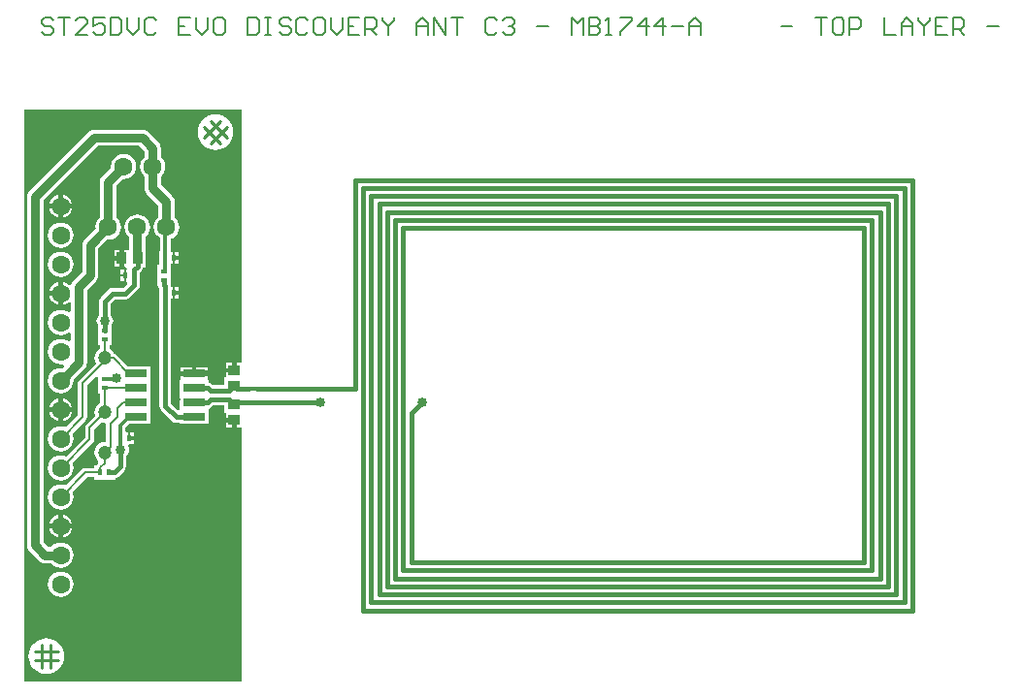
<source format=gtl>
G04*
G04 #@! TF.GenerationSoftware,Altium Limited,Altium Designer,20.2.4 (192)*
G04*
G04 Layer_Physical_Order=1*
G04 Layer_Color=65535*
%FSLAX44Y44*%
%MOMM*%
G71*
G04*
G04 #@! TF.SameCoordinates,9262D3F7-DFB6-46AD-8F0E-08546F4AC646*
G04*
G04*
G04 #@! TF.FilePolarity,Positive*
G04*
G01*
G75*
%ADD11C,0.2000*%
%ADD16C,0.2500*%
%ADD17R,0.6096X0.4318*%
%ADD18R,1.0414X0.8890*%
%ADD19R,1.9050X0.6350*%
%ADD20R,0.4318X0.6096*%
%ADD21R,0.8890X1.0414*%
%ADD22C,0.5000*%
%ADD31R,0.4000X0.4000*%
%ADD32C,0.4000*%
%ADD33C,0.3000*%
%ADD34C,0.8000*%
%ADD35C,0.3500*%
%ADD36R,0.8000X0.4000*%
%ADD37C,1.6000*%
%ADD38C,1.2000*%
%ADD39C,0.8500*%
G36*
X195000Y504902D02*
X195000Y283161D01*
X190000D01*
Y276716D01*
X188000D01*
Y274716D01*
X180793D01*
Y270445D01*
X179793D01*
Y265785D01*
X179348Y263969D01*
X169241D01*
X168255Y264955D01*
X166601Y266060D01*
X165725Y266234D01*
X165725Y267525D01*
X164725Y269111D01*
X164725Y269525D01*
Y272050D01*
X153201D01*
X141675D01*
Y269111D01*
X140675Y267525D01*
X140675Y267289D01*
Y255175D01*
X140675D01*
Y254825D01*
X140675D01*
X140675Y242863D01*
X139505Y242072D01*
X138675Y242034D01*
X133088Y247621D01*
Y338652D01*
X133149D01*
Y339652D01*
X134611D01*
Y344700D01*
Y349748D01*
X133149D01*
Y350748D01*
X132952D01*
X132848Y351266D01*
Y358351D01*
Y368652D01*
X133149D01*
Y369652D01*
X134611D01*
Y374700D01*
Y379748D01*
X133149D01*
Y380748D01*
X132833D01*
Y391581D01*
X134548Y392291D01*
X136846Y394054D01*
X138609Y396352D01*
X139718Y399028D01*
X140096Y401900D01*
X139718Y404771D01*
X138609Y407447D01*
X136846Y409745D01*
X136061Y410347D01*
Y424000D01*
X135821Y425827D01*
X135115Y427530D01*
X133993Y428992D01*
X124061Y438924D01*
Y446252D01*
X124846Y446855D01*
X126609Y449152D01*
X127717Y451828D01*
X128095Y454700D01*
X127717Y457571D01*
X126609Y460247D01*
X124846Y462545D01*
X124061Y463147D01*
Y471000D01*
X123820Y472827D01*
X123115Y474530D01*
X121993Y475992D01*
X112993Y484992D01*
X111530Y486115D01*
X109828Y486820D01*
X108000Y487060D01*
X66000D01*
X64173Y486820D01*
X62470Y486115D01*
X61008Y484992D01*
X9508Y433493D01*
X8386Y432030D01*
X7680Y430327D01*
X7440Y428500D01*
Y123950D01*
X7680Y122123D01*
X8386Y120420D01*
X9508Y118958D01*
X18158Y110308D01*
X19620Y109186D01*
X21323Y108480D01*
X23150Y108240D01*
X28353D01*
X28955Y107455D01*
X31253Y105692D01*
X33929Y104583D01*
X36800Y104205D01*
X39672Y104583D01*
X42348Y105692D01*
X44646Y107455D01*
X46409Y109753D01*
X47517Y112429D01*
X47895Y115300D01*
X47517Y118172D01*
X46409Y120848D01*
X44646Y123145D01*
X42348Y124909D01*
X39672Y126017D01*
X36800Y126395D01*
X33929Y126017D01*
X31253Y124909D01*
X28955Y123145D01*
X28353Y122360D01*
X26075D01*
X21561Y126875D01*
Y425575D01*
X68925Y472940D01*
X105076D01*
X109940Y468075D01*
Y463147D01*
X109155Y462545D01*
X107392Y460247D01*
X106284Y457571D01*
X105906Y454700D01*
X106284Y451828D01*
X107392Y449152D01*
X109155Y446855D01*
X109940Y446252D01*
Y436000D01*
X110181Y434173D01*
X110886Y432470D01*
X112008Y431007D01*
X121940Y421075D01*
Y410347D01*
X121155Y409745D01*
X119392Y407447D01*
X118284Y404771D01*
X117906Y401900D01*
X118284Y399028D01*
X119392Y396352D01*
X121155Y394054D01*
X123147Y392526D01*
Y380748D01*
X122831D01*
Y368669D01*
X120752D01*
Y358351D01*
Y350731D01*
X121806D01*
X122091Y349299D01*
X122831Y348190D01*
Y338652D01*
X122893D01*
Y245510D01*
X123281Y243559D01*
X124386Y241905D01*
X133945Y232345D01*
X135599Y231240D01*
X137550Y230852D01*
X140675D01*
Y229775D01*
X165725D01*
Y240475D01*
X165725Y242125D01*
X166311Y243882D01*
X166601Y243940D01*
X168255Y245045D01*
X169241Y246031D01*
X179348D01*
X179793Y244215D01*
Y239555D01*
X180793D01*
Y235284D01*
X188000D01*
Y233284D01*
X190000D01*
Y226839D01*
X195000D01*
X195000Y5098D01*
X5098Y5098D01*
X5098Y504902D01*
X195000Y504902D01*
D02*
G37*
%LPC*%
G36*
X171800Y500325D02*
X168752Y500025D01*
X165821Y499136D01*
X163120Y497692D01*
X160752Y495748D01*
X158808Y493381D01*
X157365Y490679D01*
X156475Y487748D01*
X156175Y484700D01*
X156475Y481651D01*
X157365Y478720D01*
X158808Y476019D01*
X160752Y473651D01*
X163120Y471708D01*
X165821Y470264D01*
X168752Y469375D01*
X171800Y469075D01*
X174849Y469375D01*
X177780Y470264D01*
X180481Y471708D01*
X182849Y473651D01*
X184792Y476019D01*
X186236Y478720D01*
X187125Y481651D01*
X187426Y484700D01*
X187125Y487748D01*
X186236Y490679D01*
X184792Y493381D01*
X182849Y495748D01*
X180481Y497692D01*
X177780Y499136D01*
X174849Y500025D01*
X171800Y500325D01*
D02*
G37*
G36*
X91600Y465795D02*
X88729Y465417D01*
X86053Y464308D01*
X83755Y462545D01*
X81992Y460247D01*
X80884Y457571D01*
X80506Y454700D01*
X80635Y453719D01*
X73208Y446292D01*
X72086Y444830D01*
X71381Y443127D01*
X71140Y441300D01*
Y410347D01*
X70355Y409745D01*
X68592Y407447D01*
X67484Y404771D01*
X67106Y401900D01*
X67235Y400919D01*
X57508Y391192D01*
X56386Y389729D01*
X55680Y388027D01*
X55440Y386199D01*
Y362475D01*
X47658Y354692D01*
X46536Y353230D01*
X45916Y351733D01*
X44875Y351320D01*
X43765Y351161D01*
X41844Y352635D01*
X39411Y353643D01*
X38800Y353723D01*
Y343900D01*
Y334077D01*
X39411Y334157D01*
X41844Y335165D01*
X43590Y336505D01*
X44835Y336155D01*
X45590Y335643D01*
Y328142D01*
X43590Y327155D01*
X42348Y328108D01*
X39672Y329217D01*
X36800Y329595D01*
X33929Y329217D01*
X31253Y328108D01*
X28955Y326345D01*
X27192Y324048D01*
X26084Y321372D01*
X25705Y318500D01*
X26084Y315629D01*
X27192Y312953D01*
X28955Y310655D01*
X31253Y308892D01*
X33929Y307783D01*
X36800Y307405D01*
X39672Y307783D01*
X42348Y308892D01*
X43590Y309845D01*
X45590Y308858D01*
Y302742D01*
X43590Y301756D01*
X42348Y302708D01*
X39672Y303817D01*
X36800Y304195D01*
X33929Y303817D01*
X31253Y302708D01*
X28955Y300945D01*
X27192Y298647D01*
X26084Y295972D01*
X25705Y293100D01*
X26084Y290229D01*
X27192Y287553D01*
X28955Y285255D01*
X31253Y283492D01*
X33929Y282383D01*
X36800Y282005D01*
X38518Y282231D01*
X39453Y280337D01*
X37781Y278666D01*
X36800Y278795D01*
X33929Y278417D01*
X31253Y277309D01*
X28955Y275545D01*
X27192Y273248D01*
X26084Y270572D01*
X25705Y267700D01*
X26084Y264828D01*
X27192Y262153D01*
X28955Y259855D01*
X31253Y258092D01*
X33929Y256983D01*
X36800Y256605D01*
X39672Y256983D01*
X42348Y258092D01*
X44646Y259855D01*
X46409Y262153D01*
X47517Y264828D01*
X47895Y267700D01*
X47766Y268681D01*
X57643Y278557D01*
X58765Y280020D01*
X59470Y281723D01*
X59711Y283550D01*
Y346776D01*
X67493Y354557D01*
X68615Y356020D01*
X69320Y357723D01*
X69561Y359550D01*
Y383275D01*
X77220Y390934D01*
X78201Y390805D01*
X81072Y391183D01*
X83748Y392291D01*
X86046Y394054D01*
X87809Y396352D01*
X88918Y399028D01*
X89296Y401900D01*
X88918Y404771D01*
X87809Y407447D01*
X86046Y409745D01*
X85261Y410347D01*
Y438376D01*
X90620Y443734D01*
X91600Y443605D01*
X94472Y443983D01*
X97148Y445091D01*
X99446Y446855D01*
X101209Y449152D01*
X102317Y451828D01*
X102695Y454700D01*
X102317Y457571D01*
X101209Y460247D01*
X99446Y462545D01*
X97148Y464308D01*
X94472Y465417D01*
X91600Y465795D01*
D02*
G37*
G36*
X38800Y429923D02*
Y422100D01*
X46623D01*
X46543Y422710D01*
X45535Y425143D01*
X43932Y427232D01*
X41844Y428835D01*
X39411Y429843D01*
X38800Y429923D01*
D02*
G37*
G36*
X34801Y429923D02*
X34190Y429843D01*
X31757Y428835D01*
X29668Y427232D01*
X28066Y425143D01*
X27058Y422710D01*
X26977Y422100D01*
X34801D01*
Y429923D01*
D02*
G37*
G36*
X46623Y418100D02*
X38800D01*
Y410277D01*
X39411Y410357D01*
X41844Y411365D01*
X43932Y412968D01*
X45535Y415057D01*
X46543Y417490D01*
X46623Y418100D01*
D02*
G37*
G36*
X34801D02*
X26978D01*
X27058Y417490D01*
X28066Y415057D01*
X29668Y412968D01*
X31757Y411365D01*
X34190Y410357D01*
X34801Y410277D01*
Y418100D01*
D02*
G37*
G36*
X36800Y405795D02*
X33929Y405417D01*
X31253Y404309D01*
X28955Y402545D01*
X27192Y400247D01*
X26084Y397572D01*
X25705Y394700D01*
X26084Y391828D01*
X27192Y389153D01*
X28955Y386855D01*
X31253Y385092D01*
X33929Y383983D01*
X36800Y383605D01*
X39672Y383983D01*
X42348Y385092D01*
X44646Y386855D01*
X46409Y389153D01*
X47517Y391828D01*
X47895Y394700D01*
X47517Y397572D01*
X46409Y400247D01*
X44646Y402545D01*
X42348Y404309D01*
X39672Y405417D01*
X36800Y405795D01*
D02*
G37*
G36*
X87943Y381907D02*
X83497D01*
Y376700D01*
X87943D01*
Y381907D01*
D02*
G37*
G36*
X139769Y379748D02*
X136611D01*
Y375700D01*
X139769D01*
Y379748D01*
D02*
G37*
G36*
Y373700D02*
X136611D01*
Y369652D01*
X139769D01*
Y373700D01*
D02*
G37*
G36*
X87943Y372700D02*
X83497D01*
Y367493D01*
X87943D01*
Y372700D01*
D02*
G37*
G36*
X91990Y364748D02*
X88831D01*
Y360700D01*
X91990D01*
Y364748D01*
D02*
G37*
G36*
X36800Y380395D02*
X33929Y380017D01*
X31253Y378909D01*
X28955Y377145D01*
X27192Y374847D01*
X26084Y372172D01*
X25705Y369300D01*
X26084Y366428D01*
X27192Y363753D01*
X28955Y361455D01*
X31253Y359692D01*
X33929Y358583D01*
X36800Y358205D01*
X39672Y358583D01*
X42348Y359692D01*
X44646Y361455D01*
X46409Y363753D01*
X47517Y366428D01*
X47895Y369300D01*
X47517Y372172D01*
X46409Y374847D01*
X44646Y377145D01*
X42348Y378909D01*
X39672Y380017D01*
X36800Y380395D01*
D02*
G37*
G36*
X91990Y358700D02*
X88831D01*
Y354652D01*
X91990D01*
Y358700D01*
D02*
G37*
G36*
X34801Y353723D02*
X34190Y353643D01*
X31757Y352635D01*
X29668Y351032D01*
X28066Y348943D01*
X27058Y346511D01*
X26977Y345900D01*
X34801D01*
Y353723D01*
D02*
G37*
G36*
X139769Y349748D02*
X136611D01*
Y345700D01*
X139769D01*
Y349748D01*
D02*
G37*
G36*
Y343700D02*
X136611D01*
Y339652D01*
X139769D01*
Y343700D01*
D02*
G37*
G36*
X34801Y341900D02*
X26978D01*
X27058Y341289D01*
X28066Y338857D01*
X29668Y336768D01*
X31757Y335165D01*
X34190Y334157D01*
X34801Y334077D01*
Y341900D01*
D02*
G37*
G36*
X186000Y283161D02*
X180793D01*
Y278716D01*
X186000D01*
Y283161D01*
D02*
G37*
G36*
X164725Y279225D02*
X155201D01*
Y276050D01*
X164725D01*
Y279225D01*
D02*
G37*
G36*
X151201D02*
X141676D01*
Y276050D01*
X151201D01*
Y279225D01*
D02*
G37*
G36*
X38800Y252123D02*
Y244300D01*
X46623D01*
X46543Y244911D01*
X45535Y247343D01*
X43932Y249432D01*
X41844Y251035D01*
X39411Y252043D01*
X38800Y252123D01*
D02*
G37*
G36*
X34801Y252123D02*
X34190Y252043D01*
X31757Y251035D01*
X29668Y249432D01*
X28066Y247343D01*
X27058Y244911D01*
X26977Y244300D01*
X34801D01*
Y252123D01*
D02*
G37*
G36*
X46623Y240300D02*
X38800D01*
Y232477D01*
X39411Y232557D01*
X41844Y233565D01*
X43932Y235168D01*
X45535Y237257D01*
X46543Y239690D01*
X46623Y240300D01*
D02*
G37*
G36*
X34801D02*
X26978D01*
X27058Y239690D01*
X28066Y237257D01*
X29668Y235168D01*
X31757Y233565D01*
X34190Y232557D01*
X34801Y232477D01*
Y240300D01*
D02*
G37*
G36*
X186000Y231284D02*
X180793D01*
Y226839D01*
X186000D01*
Y231284D01*
D02*
G37*
G36*
X100469Y222798D02*
X97310D01*
Y218751D01*
X100469D01*
Y222798D01*
D02*
G37*
G36*
X103601Y412994D02*
X100729Y412617D01*
X98053Y411508D01*
X95755Y409745D01*
X93992Y407447D01*
X92884Y404771D01*
X92506Y401900D01*
X92884Y399028D01*
X93992Y396352D01*
X95755Y394054D01*
X96540Y393452D01*
Y382907D01*
X96213D01*
Y381907D01*
X91943D01*
Y374700D01*
Y367493D01*
X93142D01*
X94481Y365798D01*
X94523Y365520D01*
X93990Y364894D01*
Y359700D01*
Y354652D01*
X94064D01*
X94836Y352789D01*
X94349Y352108D01*
X91339Y349098D01*
X82350D01*
X80399Y348710D01*
X78745Y347605D01*
X71645Y340505D01*
X70540Y338851D01*
X70152Y336900D01*
Y325227D01*
X70079Y325171D01*
X68917Y323656D01*
X68187Y321893D01*
X67938Y320000D01*
X68187Y318107D01*
X68917Y316344D01*
X69202Y315972D01*
Y306151D01*
Y298531D01*
X71172D01*
Y295552D01*
X70711Y295361D01*
X68831Y293919D01*
X67389Y292039D01*
X66482Y289849D01*
X66173Y287500D01*
X66482Y285151D01*
X67389Y282961D01*
X67413Y282930D01*
X52866Y268384D01*
X51982Y267061D01*
X51672Y265500D01*
X51672Y265500D01*
Y237539D01*
X41141Y227008D01*
X39672Y227617D01*
X36800Y227995D01*
X33929Y227617D01*
X31253Y226509D01*
X28955Y224745D01*
X27192Y222447D01*
X26084Y219772D01*
X25705Y216900D01*
X26084Y214028D01*
X27192Y211353D01*
X28955Y209055D01*
X31253Y207292D01*
X33929Y206183D01*
X36800Y205805D01*
X39672Y206183D01*
X42348Y207292D01*
X44646Y209055D01*
X46409Y211353D01*
X47517Y214028D01*
X47895Y216900D01*
X47517Y219772D01*
X46909Y221241D01*
X58634Y232966D01*
X59518Y234289D01*
X59829Y235850D01*
X59829Y235850D01*
Y263811D01*
X67354Y271337D01*
X69202Y270571D01*
Y263651D01*
Y256031D01*
X71172D01*
Y248052D01*
X70711Y247861D01*
X68831Y246419D01*
X67389Y244539D01*
X66482Y242349D01*
X66173Y240000D01*
X66482Y237651D01*
X66673Y237190D01*
X59166Y229684D01*
X58282Y228361D01*
X57972Y226800D01*
X57972Y226800D01*
Y218439D01*
X41141Y201608D01*
X39672Y202217D01*
X36800Y202595D01*
X33929Y202217D01*
X31253Y201108D01*
X28955Y199345D01*
X27192Y197048D01*
X26084Y194372D01*
X25705Y191500D01*
X26084Y188629D01*
X27192Y185953D01*
X28955Y183655D01*
X31253Y181892D01*
X33929Y180783D01*
X36800Y180405D01*
X39672Y180783D01*
X42348Y181892D01*
X44646Y183655D01*
X46409Y185953D01*
X47517Y188629D01*
X47895Y191500D01*
X47517Y194372D01*
X46909Y195841D01*
X64934Y213866D01*
X64934Y213866D01*
X65818Y215189D01*
X66129Y216750D01*
Y225111D01*
X72440Y231422D01*
X72901Y231232D01*
X74486Y231023D01*
X75331Y230795D01*
X76422Y229059D01*
Y215105D01*
X75250Y214078D01*
X72901Y213768D01*
X70711Y212861D01*
X68831Y211419D01*
X67389Y209539D01*
X66482Y207349D01*
X66173Y205000D01*
X66482Y202651D01*
X67389Y200461D01*
X68831Y198581D01*
X69167Y198323D01*
X69341Y195669D01*
X68556Y194884D01*
X67672Y193561D01*
X67670Y193548D01*
X66281D01*
Y191578D01*
X58200D01*
X58200Y191578D01*
X56640Y191268D01*
X55317Y190384D01*
X55317Y190384D01*
X41141Y176208D01*
X39672Y176817D01*
X36800Y177195D01*
X33929Y176817D01*
X31253Y175709D01*
X28955Y173945D01*
X27192Y171647D01*
X26084Y168972D01*
X25705Y166100D01*
X26084Y163228D01*
X27192Y160553D01*
X28955Y158255D01*
X31253Y156492D01*
X33929Y155383D01*
X36800Y155005D01*
X39672Y155383D01*
X42348Y156492D01*
X44646Y158255D01*
X46409Y160553D01*
X47517Y163228D01*
X47895Y166100D01*
X47517Y168972D01*
X46909Y170441D01*
X59890Y183422D01*
X66281D01*
Y181452D01*
X84219D01*
Y182545D01*
X85451Y182790D01*
X87105Y183895D01*
X92295Y189085D01*
X93400Y190739D01*
X93788Y192690D01*
Y202036D01*
X94171Y202329D01*
X95333Y203844D01*
X96063Y205607D01*
X96313Y207500D01*
X96063Y209393D01*
X95521Y210702D01*
X96123Y212071D01*
X96667Y212702D01*
X100469D01*
Y216751D01*
X96310D01*
Y217751D01*
X95310D01*
Y222798D01*
X93849D01*
Y223798D01*
X93278D01*
Y226290D01*
X96764Y229775D01*
X114925D01*
Y242125D01*
X114925Y242125D01*
Y242475D01*
X114925D01*
X114925Y244125D01*
Y254825D01*
X114925D01*
Y255175D01*
X114925D01*
Y267525D01*
X114925Y267525D01*
Y267875D01*
X114925D01*
X114925Y269525D01*
Y280225D01*
X95543D01*
X85384Y290384D01*
X84061Y291268D01*
X83375Y291404D01*
X83112Y292039D01*
X81669Y293919D01*
X79789Y295361D01*
X79329Y295552D01*
Y298531D01*
X81298D01*
Y306151D01*
Y315972D01*
X81583Y316344D01*
X82314Y318107D01*
X82563Y320000D01*
X82314Y321893D01*
X81583Y323656D01*
X80421Y325171D01*
X80348Y325227D01*
Y334788D01*
X84462Y338902D01*
X93450D01*
X95401Y339290D01*
X97055Y340395D01*
X104215Y347555D01*
X105320Y349209D01*
X105708Y351160D01*
Y353652D01*
X105769D01*
Y362560D01*
X107263Y364053D01*
X108368Y365707D01*
X108525Y366493D01*
X111103D01*
Y382907D01*
X110661D01*
Y393452D01*
X111446Y394054D01*
X113209Y396352D01*
X114318Y399028D01*
X114696Y401900D01*
X114318Y404771D01*
X113209Y407447D01*
X111446Y409745D01*
X109148Y411508D01*
X106472Y412617D01*
X103601Y412994D01*
D02*
G37*
G36*
X38800Y150523D02*
Y142700D01*
X46623D01*
X46543Y143310D01*
X45535Y145743D01*
X43932Y147832D01*
X41844Y149435D01*
X39411Y150443D01*
X38800Y150523D01*
D02*
G37*
G36*
X34801Y150523D02*
X34190Y150443D01*
X31757Y149435D01*
X29668Y147832D01*
X28066Y145743D01*
X27058Y143310D01*
X26977Y142700D01*
X34801D01*
Y150523D01*
D02*
G37*
G36*
X46623Y138700D02*
X38800D01*
Y130877D01*
X39411Y130957D01*
X41844Y131965D01*
X43932Y133568D01*
X45535Y135657D01*
X46543Y138090D01*
X46623Y138700D01*
D02*
G37*
G36*
X34801D02*
X26978D01*
X27058Y138090D01*
X28066Y135657D01*
X29668Y133568D01*
X31757Y131965D01*
X34190Y130957D01*
X34801Y130877D01*
Y138700D01*
D02*
G37*
G36*
X36800Y100995D02*
X33929Y100617D01*
X31253Y99508D01*
X28955Y97745D01*
X27192Y95448D01*
X26084Y92772D01*
X25705Y89900D01*
X26084Y87029D01*
X27192Y84353D01*
X28955Y82055D01*
X31253Y80292D01*
X33929Y79183D01*
X36800Y78805D01*
X39672Y79183D01*
X42348Y80292D01*
X44646Y82055D01*
X46409Y84353D01*
X47517Y87029D01*
X47895Y89900D01*
X47517Y92772D01*
X46409Y95448D01*
X44646Y97745D01*
X42348Y99508D01*
X39672Y100617D01*
X36800Y100995D01*
D02*
G37*
G36*
X24300Y42825D02*
X21252Y42525D01*
X18321Y41636D01*
X15619Y40192D01*
X13252Y38249D01*
X11308Y35881D01*
X9865Y33179D01*
X8975Y30248D01*
X8675Y27200D01*
X8975Y24151D01*
X9865Y21220D01*
X11308Y18519D01*
X13252Y16151D01*
X15619Y14208D01*
X18321Y12764D01*
X21252Y11875D01*
X24300Y11575D01*
X27349Y11875D01*
X30280Y12764D01*
X32981Y14208D01*
X35349Y16151D01*
X37292Y18519D01*
X38736Y21220D01*
X39625Y24151D01*
X39926Y27200D01*
X39625Y30248D01*
X38736Y33179D01*
X37292Y35881D01*
X35349Y38249D01*
X32981Y40192D01*
X30280Y41636D01*
X27349Y42525D01*
X24300Y42825D01*
D02*
G37*
%LPD*%
D11*
X80500Y210250D02*
Y230500D01*
X86500Y236500D02*
Y244000D01*
X80500Y230500D02*
X86500Y236500D01*
X75250Y205000D02*
X80500Y210250D01*
X62050Y216750D02*
Y226800D01*
X75250Y240000D01*
X71440Y187500D02*
Y192000D01*
X75250Y195810D01*
Y205000D01*
X36800Y166100D02*
X58200Y187500D01*
X71440D01*
X75250Y287500D02*
X82500D01*
X95950Y274050D02*
X102401D01*
X82500Y287500D02*
X95950Y274050D01*
X75250Y285000D02*
Y303690D01*
X55750Y265500D02*
X75250Y285000D01*
X55750Y235850D02*
Y265500D01*
X36800Y216900D02*
X55750Y235850D01*
X75250Y240000D02*
Y261190D01*
X36800Y191500D02*
X62050Y216750D01*
X91150Y248650D02*
X102401D01*
X86500Y244000D02*
X91150Y248650D01*
X102240Y261190D02*
X102401Y261350D01*
X75250Y261190D02*
X102240D01*
X29997Y582496D02*
X27498Y584995D01*
X22499D01*
X20000Y582496D01*
Y579997D01*
X22499Y577498D01*
X27498D01*
X29997Y574998D01*
Y572499D01*
X27498Y570000D01*
X22499D01*
X20000Y572499D01*
X34995Y584995D02*
X44992D01*
X39994D01*
Y570000D01*
X59987D02*
X49990D01*
X59987Y579997D01*
Y582496D01*
X57488Y584995D01*
X52490D01*
X49990Y582496D01*
X74982Y584995D02*
X64985D01*
Y577498D01*
X69984Y579997D01*
X72483D01*
X74982Y577498D01*
Y572499D01*
X72483Y570000D01*
X67485D01*
X64985Y572499D01*
X79981Y584995D02*
Y570000D01*
X87478D01*
X89977Y572499D01*
Y582496D01*
X87478Y584995D01*
X79981D01*
X94976D02*
Y574998D01*
X99974Y570000D01*
X104972Y574998D01*
Y584995D01*
X119968Y582496D02*
X117469Y584995D01*
X112470D01*
X109971Y582496D01*
Y572499D01*
X112470Y570000D01*
X117469D01*
X119968Y572499D01*
X149958Y584995D02*
X139961D01*
Y570000D01*
X149958D01*
X139961Y577498D02*
X144960D01*
X154956Y584995D02*
Y574998D01*
X159955Y570000D01*
X164953Y574998D01*
Y584995D01*
X177449D02*
X172451D01*
X169951Y582496D01*
Y572499D01*
X172451Y570000D01*
X177449D01*
X179948Y572499D01*
Y582496D01*
X177449Y584995D01*
X199942D02*
Y570000D01*
X207439D01*
X209939Y572499D01*
Y582496D01*
X207439Y584995D01*
X199942D01*
X214937D02*
X219935D01*
X217436D01*
Y570000D01*
X214937D01*
X219935D01*
X237430Y582496D02*
X234930Y584995D01*
X229932D01*
X227433Y582496D01*
Y579997D01*
X229932Y577498D01*
X234930D01*
X237430Y574998D01*
Y572499D01*
X234930Y570000D01*
X229932D01*
X227433Y572499D01*
X252425Y582496D02*
X249926Y584995D01*
X244927D01*
X242428Y582496D01*
Y572499D01*
X244927Y570000D01*
X249926D01*
X252425Y572499D01*
X264921Y584995D02*
X259922D01*
X257423Y582496D01*
Y572499D01*
X259922Y570000D01*
X264921D01*
X267420Y572499D01*
Y582496D01*
X264921Y584995D01*
X272418D02*
Y574998D01*
X277417Y570000D01*
X282415Y574998D01*
Y584995D01*
X297410D02*
X287413D01*
Y570000D01*
X297410D01*
X287413Y577498D02*
X292412D01*
X302409Y570000D02*
Y584995D01*
X309906D01*
X312405Y582496D01*
Y577498D01*
X309906Y574998D01*
X302409D01*
X307407D02*
X312405Y570000D01*
X317404Y584995D02*
Y582496D01*
X322402Y577498D01*
X327401Y582496D01*
Y584995D01*
X322402Y577498D02*
Y570000D01*
X347394D02*
Y579997D01*
X352392Y584995D01*
X357391Y579997D01*
Y570000D01*
Y577498D01*
X347394D01*
X362389Y570000D02*
Y584995D01*
X372386Y570000D01*
Y584995D01*
X377384D02*
X387381D01*
X382383D01*
Y570000D01*
X417371Y582496D02*
X414872Y584995D01*
X409874D01*
X407375Y582496D01*
Y572499D01*
X409874Y570000D01*
X414872D01*
X417371Y572499D01*
X422370Y582496D02*
X424869Y584995D01*
X429867D01*
X432366Y582496D01*
Y579997D01*
X429867Y577498D01*
X427368D01*
X429867D01*
X432366Y574998D01*
Y572499D01*
X429867Y570000D01*
X424869D01*
X422370Y572499D01*
X452360Y577498D02*
X462357D01*
X482350Y570000D02*
Y584995D01*
X487349Y579997D01*
X492347Y584995D01*
Y570000D01*
X497346Y584995D02*
Y570000D01*
X504843D01*
X507342Y572499D01*
Y574998D01*
X504843Y577498D01*
X497346D01*
X504843D01*
X507342Y579997D01*
Y582496D01*
X504843Y584995D01*
X497346D01*
X512341Y570000D02*
X517339D01*
X514840D01*
Y584995D01*
X512341Y582496D01*
X524837Y584995D02*
X534833D01*
Y582496D01*
X524837Y572499D01*
Y570000D01*
X547329D02*
Y584995D01*
X539832Y577498D01*
X549828D01*
X562324Y570000D02*
Y584995D01*
X554827Y577498D01*
X564824D01*
X569822D02*
X579819D01*
X584817Y570000D02*
Y579997D01*
X589815Y584995D01*
X594814Y579997D01*
Y570000D01*
Y577498D01*
X584817D01*
X664995D02*
X674992D01*
X694986Y584995D02*
X704982D01*
X699984D01*
Y570000D01*
X717478Y584995D02*
X712480D01*
X709981Y582496D01*
Y572499D01*
X712480Y570000D01*
X717478D01*
X719977Y572499D01*
Y582496D01*
X717478Y584995D01*
X724976Y570000D02*
Y584995D01*
X732473D01*
X734973Y582496D01*
Y577498D01*
X732473Y574998D01*
X724976D01*
X754966Y584995D02*
Y570000D01*
X764963D01*
X769961D02*
Y579997D01*
X774960Y584995D01*
X779958Y579997D01*
Y570000D01*
Y577498D01*
X769961D01*
X784956Y584995D02*
Y582496D01*
X789955Y577498D01*
X794953Y582496D01*
Y584995D01*
X789955Y577498D02*
Y570000D01*
X809948Y584995D02*
X799951D01*
Y570000D01*
X809948D01*
X799951Y577498D02*
X804950D01*
X814947Y570000D02*
Y584995D01*
X822444D01*
X824943Y582496D01*
Y577498D01*
X822444Y574998D01*
X814947D01*
X819945D02*
X824943Y570000D01*
X844937Y577498D02*
X854934D01*
D16*
X20490Y17040D02*
Y37360D01*
X28110Y17040D02*
Y37360D01*
X14140Y23390D02*
X34460D01*
X14140Y31010D02*
X34460D01*
X161922Y480210D02*
X176291Y494578D01*
X167310Y474822D02*
X181679Y489190D01*
X161922D02*
X176291Y474822D01*
X167310Y494578D02*
X181679Y480210D01*
D17*
X173300Y251190D02*
D03*
Y258810D02*
D03*
X126800Y355890D02*
D03*
Y363510D02*
D03*
X75250Y303690D02*
D03*
Y311310D02*
D03*
Y261190D02*
D03*
Y268810D02*
D03*
D18*
X188000Y276716D02*
D03*
Y263000D02*
D03*
Y247000D02*
D03*
Y233284D02*
D03*
D19*
X153201Y235950D02*
D03*
Y248650D02*
D03*
Y261350D02*
D03*
Y274050D02*
D03*
X102401D02*
D03*
Y261350D02*
D03*
Y248650D02*
D03*
Y235950D02*
D03*
D20*
X96310Y217750D02*
D03*
X88690D02*
D03*
X135610Y374700D02*
D03*
X127990D02*
D03*
X135610Y344700D02*
D03*
X127990D02*
D03*
X92990Y359700D02*
D03*
X100610D02*
D03*
X71440Y187500D02*
D03*
X79060D02*
D03*
D21*
X103658Y374700D02*
D03*
X89943D02*
D03*
D22*
X170950Y274050D02*
X171000Y274000D01*
X153201Y274050D02*
X170950D01*
D31*
X208300Y261000D02*
D03*
X200300D02*
D03*
D32*
X188000Y263000D02*
X190000Y261000D01*
X200300D01*
X188000Y247000D02*
X189995Y248995D01*
X263000D01*
X183810Y251190D02*
X188000Y247000D01*
X173300Y251190D02*
X183810D01*
Y258810D02*
X188000Y263000D01*
X173300Y258810D02*
X183810D01*
X153201Y248650D02*
X164650D01*
X167190Y251190D01*
X173300D01*
X167190Y258810D02*
X173300D01*
X164650Y261350D02*
X167190Y258810D01*
X153201Y261350D02*
X164650D01*
X208300Y261000D02*
X293500D01*
X88690Y192690D02*
Y207810D01*
X83500Y187500D02*
X88690Y192690D01*
X79060Y187500D02*
X83500D01*
X75250Y320000D02*
Y336900D01*
Y311310D02*
Y320000D01*
Y336900D02*
X82350Y344000D01*
X127990Y245510D02*
Y344700D01*
X137550Y235950D02*
X153201D01*
X127990Y245510D02*
X137550Y235950D01*
X352399Y248995D02*
X352410D01*
X342500Y239096D02*
X352399Y248995D01*
X342500Y109000D02*
Y239096D01*
Y109000D02*
X737500D01*
Y401000D01*
X335500D02*
X737500D01*
X335500Y102000D02*
Y401000D01*
Y102000D02*
X744500D01*
Y408000D01*
X328500D02*
X744500D01*
X328500Y95000D02*
Y408000D01*
Y95000D02*
X751500D01*
Y415000D01*
X321500D02*
X751500D01*
X321500Y88000D02*
Y415000D01*
Y88000D02*
X758500D01*
Y422000D01*
X314500D02*
X758500D01*
X314500Y81000D02*
Y422000D01*
Y81000D02*
X765500D01*
Y429000D01*
X307500D02*
X765500D01*
X307500Y74000D02*
Y429000D01*
Y74000D02*
X772500D01*
Y436000D01*
X300500D02*
X772500D01*
X300500Y67000D02*
Y436000D01*
Y67000D02*
X779500D01*
Y443000D01*
X293500D02*
X779500D01*
X293500Y261000D02*
Y443000D01*
X103658Y367658D02*
Y374700D01*
X100610Y364610D02*
X103658Y367658D01*
X100610Y359700D02*
Y364610D01*
X93450Y344000D02*
X100610Y351160D01*
Y359700D01*
X82350Y344000D02*
X93450D01*
X126800Y351250D02*
Y355890D01*
Y351250D02*
X127990Y350060D01*
Y344700D02*
Y350060D01*
D33*
X83810Y268810D02*
X85000Y270000D01*
X75250Y268810D02*
X83810D01*
X88690Y228190D02*
X96450Y235950D01*
X88690Y217750D02*
Y228190D01*
X96450Y235950D02*
X102401D01*
X88690Y207810D02*
Y217750D01*
X135610Y344700D02*
X145800D01*
X187700Y291658D02*
X188000Y291358D01*
Y277716D02*
Y291358D01*
Y220742D02*
Y233284D01*
X78500Y375000D02*
X89642D01*
X89943Y374700D01*
X135610D02*
X145800D01*
X106650Y217750D02*
X107000Y218100D01*
X96310Y217750D02*
X106650D01*
D34*
X117000Y454700D02*
Y471000D01*
X108000Y480000D02*
X117000Y471000D01*
X66000Y480000D02*
X108000D01*
X14500Y428500D02*
X66000Y480000D01*
X62500Y386199D02*
X78201Y401900D01*
X103601Y374757D02*
X103658Y374700D01*
X103601Y374757D02*
Y401900D01*
X78201D02*
Y441300D01*
X91600Y454700D01*
X129001Y401900D02*
Y424000D01*
X117000Y436000D02*
X129001Y424000D01*
X117000Y436000D02*
Y454700D01*
X62500Y359550D02*
Y386199D01*
X52650Y349700D02*
X62500Y359550D01*
X36800Y267700D02*
X52650Y283550D01*
Y349700D01*
X14500Y123950D02*
Y428500D01*
Y123950D02*
X23150Y115300D01*
X36800D01*
D35*
X126800Y363510D02*
X127990Y364700D01*
Y374700D01*
Y400889D02*
X129001Y401900D01*
X127990Y374700D02*
Y400889D01*
D36*
X204301Y261000D02*
D03*
D37*
X36800Y89900D02*
D03*
Y115300D02*
D03*
Y140700D02*
D03*
Y166100D02*
D03*
Y191500D02*
D03*
Y216900D02*
D03*
Y242300D02*
D03*
Y267700D02*
D03*
Y293100D02*
D03*
Y318500D02*
D03*
Y343900D02*
D03*
Y369300D02*
D03*
Y394700D02*
D03*
Y420100D02*
D03*
X117000Y454700D02*
D03*
X91600D02*
D03*
X129001Y401900D02*
D03*
X103601D02*
D03*
X78201D02*
D03*
D38*
X75250Y205000D02*
D03*
Y240000D02*
D03*
Y287500D02*
D03*
D39*
X86000Y333000D02*
D03*
X151000Y38000D02*
D03*
X114000Y9500D02*
D03*
X190000Y26000D02*
D03*
Y96000D02*
D03*
X70500Y68000D02*
D03*
X154000Y219500D02*
D03*
X137000Y251500D02*
D03*
X102500Y289000D02*
D03*
X149000Y302500D02*
D03*
X64000Y325500D02*
D03*
X64500Y297500D02*
D03*
Y261500D02*
D03*
X71500Y224000D02*
D03*
X263000Y248995D02*
D03*
X75250Y320000D02*
D03*
X85000Y270000D02*
D03*
X171000Y274000D02*
D03*
X145800Y344700D02*
D03*
X352410Y248995D02*
D03*
X102500Y468500D02*
D03*
X95500Y98500D02*
D03*
X123500Y67000D02*
D03*
X114000Y361000D02*
D03*
X104000Y425500D02*
D03*
X48000Y381500D02*
D03*
X118000Y125500D02*
D03*
X61500Y177000D02*
D03*
X145500Y96500D02*
D03*
X125500Y188500D02*
D03*
X143500Y160000D02*
D03*
X155000Y400500D02*
D03*
X143000Y499000D02*
D03*
X78500Y375000D02*
D03*
X145800Y374700D02*
D03*
X158500Y9500D02*
D03*
X54000Y12000D02*
D03*
X11500Y54000D02*
D03*
X48000Y498500D02*
D03*
X12500Y447500D02*
D03*
X91500Y498500D02*
D03*
X58500Y447500D02*
D03*
X137000Y437000D02*
D03*
X179000Y447500D02*
D03*
X183000Y378500D02*
D03*
X171000Y66000D02*
D03*
X168000Y124000D02*
D03*
X70000Y126500D02*
D03*
X96500Y35500D02*
D03*
X102000Y160000D02*
D03*
X175500Y330300D02*
D03*
X188000Y220742D02*
D03*
X187700Y291658D02*
D03*
X168000Y186000D02*
D03*
X190000Y158000D02*
D03*
X107000Y218100D02*
D03*
X89000Y207500D02*
D03*
X74500Y351500D02*
D03*
X114350Y327400D02*
D03*
X53250Y220700D02*
D03*
X57500Y199500D02*
D03*
X10950Y109500D02*
D03*
M02*

</source>
